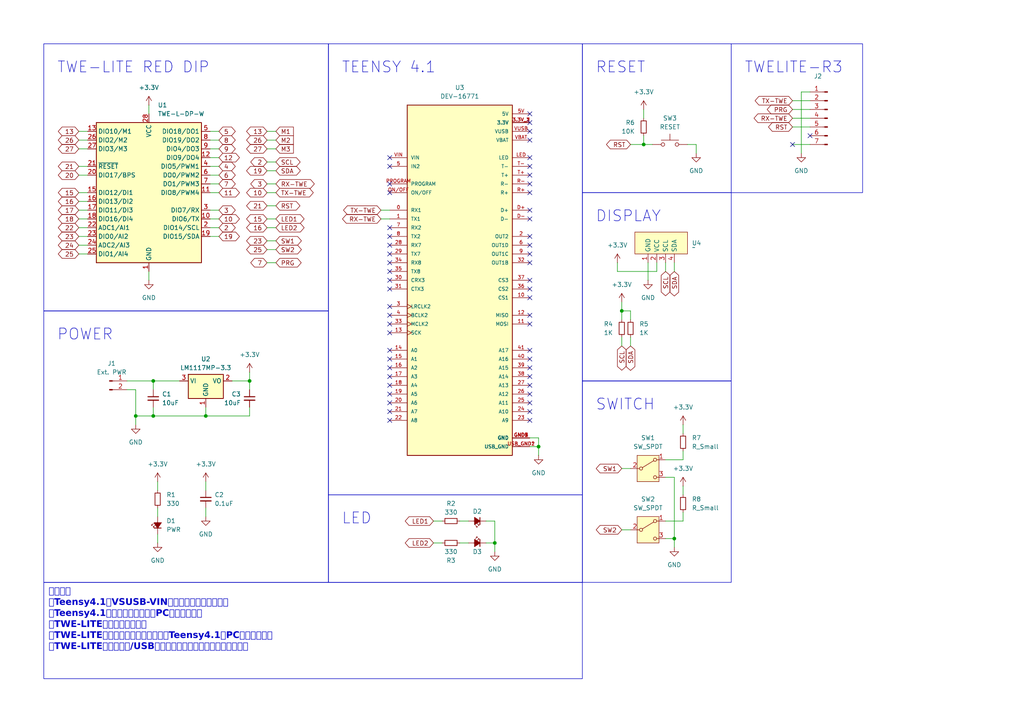
<source format=kicad_sch>
(kicad_sch (version 20231120) (generator "eeschema") (generator_version "8.0")
  (paper "A4")
  (lib_symbols
    (symbol "@2024-Main:DEV-16771" (pin_names (offset 1.016))
      (property "Reference" "U" (at -15.24 52.07 0))
      (property "Value" "DEV-16771" (at -15.24 -53.34 0))
      (symbol "DEV-16771_0_0"
        (rectangle (start -15.24 -50.8) (end 15.24 50.8) (stroke (width 0.254)) (fill (type background)))
        (pin bidirectional line (at -20.32 20.32 0) (length 5.08) (name "RX1") (number "0"))
        (pin bidirectional line (at -20.32 17.78 0) (length 5.08) (name "TX1") (number "1"))
        (pin bidirectional line (at 20.32 -5.08 180) (length 5.08) (name "CS1") (number "10"))
        (pin bidirectional line (at 20.32 -12.7 180) (length 5.08) (name "MOSI") (number "11"))
        (pin bidirectional line (at 20.32 -10.16 180) (length 5.08) (name "MISO") (number "12"))
        (pin bidirectional clock (at -20.32 -15.24 0) (length 5.08) (name "SCK") (number "13"))
        (pin bidirectional line (at -20.32 -20.32 0) (length 5.08) (name "A0") (number "14"))
        (pin bidirectional line (at -20.32 -22.86 0) (length 5.08) (name "A1") (number "15"))
        (pin bidirectional line (at -20.32 -25.4 0) (length 5.08) (name "A2") (number "16"))
        (pin bidirectional line (at -20.32 -27.94 0) (length 5.08) (name "A3") (number "17"))
        (pin bidirectional line (at -20.32 -30.48 0) (length 5.08) (name "A4") (number "18"))
        (pin bidirectional line (at -20.32 -33.02 0) (length 5.08) (name "A5") (number "19"))
        (pin output line (at 20.32 12.7 180) (length 5.08) (name "OUT2") (number "2"))
        (pin bidirectional line (at -20.32 -35.56 0) (length 5.08) (name "A6") (number "20"))
        (pin bidirectional line (at -20.32 -38.1 0) (length 5.08) (name "A7") (number "21"))
        (pin bidirectional line (at -20.32 -40.64 0) (length 5.08) (name "A8") (number "22"))
        (pin bidirectional line (at 20.32 -40.64 180) (length 5.08) (name "A9") (number "23"))
        (pin bidirectional line (at 20.32 -38.1 180) (length 5.08) (name "A10") (number "24"))
        (pin bidirectional line (at 20.32 -35.56 180) (length 5.08) (name "A11") (number "25"))
        (pin bidirectional line (at 20.32 -33.02 180) (length 5.08) (name "A12") (number "26"))
        (pin bidirectional line (at 20.32 -30.48 180) (length 5.08) (name "A13") (number "27"))
        (pin bidirectional line (at -20.32 10.16 0) (length 5.08) (name "RX7") (number "28"))
        (pin bidirectional line (at -20.32 7.62 0) (length 5.08) (name "TX7") (number "29"))
        (pin bidirectional clock (at -20.32 -7.62 0) (length 5.08) (name "LRCLK2") (number "3"))
        (pin power_in line (at 20.32 45.72 180) (length 5.08) (name "3.3V") (number "3.3V_1"))
        (pin power_in line (at 20.32 45.72 180) (length 5.08) (name "3.3V") (number "3.3V_2"))
        (pin power_in line (at 20.32 45.72 180) (length 5.08) (name "3.3V") (number "3.3V_3"))
        (pin bidirectional line (at -20.32 0 0) (length 5.08) (name "CRX3") (number "30"))
        (pin bidirectional line (at -20.32 -2.54 0) (length 5.08) (name "CTX3") (number "31"))
        (pin output line (at 20.32 5.08 180) (length 5.08) (name "OUT1B") (number "32"))
        (pin bidirectional clock (at -20.32 -12.7 0) (length 5.08) (name "MCLK2") (number "33"))
        (pin bidirectional line (at -20.32 5.08 0) (length 5.08) (name "RX8") (number "34"))
        (pin bidirectional line (at -20.32 2.54 0) (length 5.08) (name "TX8") (number "35"))
        (pin bidirectional line (at 20.32 -2.54 180) (length 5.08) (name "CS2") (number "36"))
        (pin bidirectional line (at 20.32 0 180) (length 5.08) (name "CS3") (number "37"))
        (pin bidirectional line (at 20.32 -27.94 180) (length 5.08) (name "A14") (number "38"))
        (pin bidirectional line (at 20.32 -25.4 180) (length 5.08) (name "A15") (number "39"))
        (pin bidirectional clock (at -20.32 -10.16 0) (length 5.08) (name "BCLK2") (number "4"))
        (pin bidirectional line (at 20.32 -22.86 180) (length 5.08) (name "A16") (number "40"))
        (pin bidirectional line (at 20.32 -20.32 180) (length 5.08) (name "A17") (number "41"))
        (pin bidirectional line (at -20.32 33.02 0) (length 5.08) (name "IN2") (number "5"))
        (pin power_in line (at 20.32 48.26 180) (length 5.08) (name "5V") (number "5V"))
        (pin output line (at 20.32 10.16 180) (length 5.08) (name "OUT1D") (number "6"))
        (pin bidirectional line (at -20.32 15.24 0) (length 5.08) (name "RX2") (number "7"))
        (pin bidirectional line (at -20.32 12.7 0) (length 5.08) (name "TX2") (number "8"))
        (pin output line (at 20.32 7.62 180) (length 5.08) (name "OUT1C") (number "9"))
        (pin bidirectional line (at 20.32 20.32 180) (length 5.08) (name "D+") (number "D+"))
        (pin bidirectional line (at 20.32 17.78 180) (length 5.08) (name "D-") (number "D-"))
        (pin power_in line (at 20.32 -45.72 180) (length 5.08) (name "GND") (number "GND1"))
        (pin power_in line (at 20.32 -45.72 180) (length 5.08) (name "GND") (number "GND2"))
        (pin power_in line (at 20.32 -45.72 180) (length 5.08) (name "GND") (number "GND3"))
        (pin power_in line (at 20.32 -45.72 180) (length 5.08) (name "GND") (number "GND4"))
        (pin power_in line (at 20.32 -45.72 180) (length 5.08) (name "GND") (number "GND5"))
        (pin bidirectional line (at 20.32 35.56 180) (length 5.08) (name "LED") (number "LED"))
        (pin bidirectional line (at -20.32 25.4 0) (length 5.08) (name "ON/OFF") (number "ON/OFF"))
        (pin bidirectional line (at -20.32 27.94 0) (length 5.08) (name "PROGRAM") (number "PROGRAM"))
        (pin bidirectional line (at 20.32 25.4 180) (length 5.08) (name "R+") (number "R+"))
        (pin bidirectional line (at 20.32 27.94 180) (length 5.08) (name "R-") (number "R-"))
        (pin bidirectional line (at 20.32 30.48 180) (length 5.08) (name "T+") (number "T+"))
        (pin bidirectional line (at 20.32 33.02 180) (length 5.08) (name "T-") (number "T-"))
        (pin power_in line (at 20.32 -48.26 180) (length 5.08) (name "USB_GND") (number "USB_GND1"))
        (pin power_in line (at 20.32 -48.26 180) (length 5.08) (name "USB_GND") (number "USB_GND2"))
        (pin passive line (at 20.32 40.64 180) (length 5.08) (name "VBAT") (number "VBAT"))
        (pin input line (at -20.32 35.56 0) (length 5.08) (name "VIN") (number "VIN"))
        (pin passive line (at 20.32 43.18 180) (length 5.08) (name "VUSB") (number "VUSB"))
      )
    )
    (symbol "@cansat:Display"
      (property "Reference" "U" (at 0 1.27 0))
      (symbol "Display_1_1"
        (rectangle (start -7.62 0) (end 7.62 -6.35) (fill (type background)))
        (pin input line (at -3.81 -8.89 90) (length 2.54) (name "GND") (number "1"))
        (pin input line (at -1.27 -8.89 90) (length 2.54) (name "VCC") (number "2"))
        (pin input line (at 1.27 -8.89 90) (length 2.54) (name "SCL") (number "3"))
        (pin input line (at 3.81 -8.89 90) (length 2.54) (name "SDA") (number "4"))
      )
    )
    (symbol "Connector:Conn_01x02_Pin" (pin_names (offset 1.016) hide)
      (property "Reference" "J" (at 0 2.54 0))
      (property "Value" "Conn_01x02_Pin" (at 0 -5.08 0))
      (symbol "Conn_01x02_Pin_1_1"
        (polyline (pts (xy 1.27 -2.54) (xy 0.8636 -2.54)) (stroke (width 0.1524)))
        (polyline (pts (xy 1.27 0) (xy 0.8636 0)) (stroke (width 0.1524)))
        (rectangle (start 0.8636 -2.413) (end 0 -2.667) (stroke (width 0.1524)) (fill (type outline)))
        (rectangle (start 0.8636 0.127) (end 0 -0.127) (stroke (width 0.1524)) (fill (type outline)))
        (pin passive line (at 5.08 0 180) (length 3.81) (name "Pin_1") (number "1"))
        (pin passive line (at 5.08 -2.54 180) (length 3.81) (name "Pin_2") (number "2"))
      )
    )
    (symbol "Connector:Conn_01x07_Pin" (pin_names (offset 1.016) hide)
      (property "Reference" "J" (at 0 10.16 0))
      (property "Value" "Conn_01x07_Pin" (at 0 -10.16 0))
      (symbol "Conn_01x07_Pin_1_1"
        (polyline (pts (xy 1.27 -7.62) (xy 0.8636 -7.62)) (stroke (width 0.1524)))
        (polyline (pts (xy 1.27 -5.08) (xy 0.8636 -5.08)) (stroke (width 0.1524)))
        (polyline (pts (xy 1.27 -2.54) (xy 0.8636 -2.54)) (stroke (width 0.1524)))
        (polyline (pts (xy 1.27 0) (xy 0.8636 0)) (stroke (width 0.1524)))
        (polyline (pts (xy 1.27 2.54) (xy 0.8636 2.54)) (stroke (width 0.1524)))
        (polyline (pts (xy 1.27 5.08) (xy 0.8636 5.08)) (stroke (width 0.1524)))
        (polyline (pts (xy 1.27 7.62) (xy 0.8636 7.62)) (stroke (width 0.1524)))
        (rectangle (start 0.8636 -7.493) (end 0 -7.747) (stroke (width 0.1524)) (fill (type outline)))
        (rectangle (start 0.8636 -4.953) (end 0 -5.207) (stroke (width 0.1524)) (fill (type outline)))
        (rectangle (start 0.8636 -2.413) (end 0 -2.667) (stroke (width 0.1524)) (fill (type outline)))
        (rectangle (start 0.8636 0.127) (end 0 -0.127) (stroke (width 0.1524)) (fill (type outline)))
        (rectangle (start 0.8636 2.667) (end 0 2.413) (stroke (width 0.1524)) (fill (type outline)))
        (rectangle (start 0.8636 5.207) (end 0 4.953) (stroke (width 0.1524)) (fill (type outline)))
        (rectangle (start 0.8636 7.747) (end 0 7.493) (stroke (width 0.1524)) (fill (type outline)))
        (pin passive line (at 5.08 7.62 180) (length 3.81) (name "Pin_1") (number "1"))
        (pin passive line (at 5.08 5.08 180) (length 3.81) (name "Pin_2") (number "2"))
        (pin passive line (at 5.08 2.54 180) (length 3.81) (name "Pin_3") (number "3"))
        (pin passive line (at 5.08 0 180) (length 3.81) (name "Pin_4") (number "4"))
        (pin passive line (at 5.08 -2.54 180) (length 3.81) (name "Pin_5") (number "5"))
        (pin passive line (at 5.08 -5.08 180) (length 3.81) (name "Pin_6") (number "6"))
        (pin passive line (at 5.08 -7.62 180) (length 3.81) (name "Pin_7") (number "7"))
      )
    )
    (symbol "Device:C_Small" (pin_numbers hide) (pin_names (offset 0.254) hide)
      (property "Reference" "C" (at 0.254 1.778 0))
      (property "Value" "C_Small" (at 0.254 -2.032 0))
      (symbol "C_Small_0_1"
        (polyline (pts (xy -1.524 -0.508) (xy 1.524 -0.508)) (stroke (width 0.3302)))
        (polyline (pts (xy -1.524 0.508) (xy 1.524 0.508)) (stroke (width 0.3048)))
      )
      (symbol "C_Small_1_1"
        (pin passive line (at 0 2.54 270) (length 2.032) (name "~") (number "1"))
        (pin passive line (at 0 -2.54 90) (length 2.032) (name "~") (number "2"))
      )
    )
    (symbol "Device:LED_Small_Filled" (pin_numbers hide) (pin_names (offset 0.254) hide)
      (property "Reference" "D" (at -1.27 3.175 0))
      (property "Value" "LED_Small_Filled" (at -4.445 -2.54 0))
      (symbol "LED_Small_Filled_0_1"
        (polyline (pts (xy -0.762 -1.016) (xy -0.762 1.016)) (stroke (width 0.254)))
        (polyline (pts (xy 1.016 0) (xy -0.762 0)))
        (polyline (pts (xy 0.762 -1.016) (xy -0.762 0) (xy 0.762 1.016) (xy 0.762 -1.016)) (stroke (width 0.254)) (fill (type outline)))
        (polyline (pts (xy 0 0.762) (xy -0.508 1.27) (xy -0.254 1.27) (xy -0.508 1.27) (xy -0.508 1.016)))
        (polyline (pts (xy 0.508 1.27) (xy 0 1.778) (xy 0.254 1.778) (xy 0 1.778) (xy 0 1.524)))
      )
      (symbol "LED_Small_Filled_1_1"
        (pin passive line (at -2.54 0 0) (length 1.778) (name "K") (number "1"))
        (pin passive line (at 2.54 0 180) (length 1.778) (name "A") (number "2"))
      )
    )
    (symbol "Device:R_Small" (pin_numbers hide) (pin_names (offset 0.254) hide)
      (property "Reference" "R" (at 0.762 0.508 0))
      (property "Value" "R_Small" (at 0.762 -1.016 0))
      (symbol "R_Small_0_1"
        (rectangle (start -0.762 1.778) (end 0.762 -1.778) (stroke (width 0.2032)))
      )
      (symbol "R_Small_1_1"
        (pin passive line (at 0 2.54 270) (length 0.762) (name "~") (number "1"))
        (pin passive line (at 0 -2.54 90) (length 0.762) (name "~") (number "2"))
      )
    )
    (symbol "RF_ZigBee:TWE-L-DP-W"
      (property "Reference" "U" (at -11.43 21.59 0))
      (property "Value" "TWE-L-DP-W" (at 7.62 21.59 0))
      (symbol "TWE-L-DP-W_1_0"
        (rectangle (start -15.24 -20.32) (end 15.24 20.32) (stroke (width 0.254)) (fill (type background)))
      )
      (symbol "TWE-L-DP-W_1_1"
        (pin power_in line (at 0 -22.86 90) (length 2.54) (name "GND") (number "1"))
        (pin bidirectional line (at 17.78 -7.62 180) (length 2.54) (name "DIO6/TX") (number "10"))
        (pin bidirectional line (at 17.78 0 180) (length 2.54) (name "DIO8/PWM4") (number "11"))
        (pin bidirectional line (at 17.78 10.16 180) (length 2.54) (name "DIO9/DO4") (number "12"))
        (pin bidirectional line (at -17.78 17.78 0) (length 2.54) (name "DIO10/M1") (number "13"))
        (pin passive line (at 0 -22.86 90) (length 2.54) hide (name "GND") (number "14"))
        (pin bidirectional line (at -17.78 0 0) (length 2.54) (name "DIO12/DI1") (number "15"))
        (pin bidirectional line (at -17.78 -2.54 0) (length 2.54) (name "DIO13/DI2") (number "16"))
        (pin bidirectional line (at -17.78 -5.08 0) (length 2.54) (name "DIO11/DI3") (number "17"))
        (pin bidirectional line (at -17.78 -7.62 0) (length 2.54) (name "DIO16/DI4") (number "18"))
        (pin bidirectional line (at 17.78 -12.7 180) (length 2.54) (name "DIO15/SDA") (number "19"))
        (pin bidirectional line (at 17.78 -10.16 180) (length 2.54) (name "DIO14/SCL") (number "2"))
        (pin bidirectional line (at -17.78 5.08 0) (length 2.54) (name "DIO17/BPS") (number "20"))
        (pin input line (at -17.78 7.62 0) (length 2.54) (name "~{RESET}") (number "21"))
        (pin input line (at -17.78 -10.16 0) (length 2.54) (name "ADC1/AI1") (number "22"))
        (pin bidirectional line (at -17.78 -12.7 0) (length 2.54) (name "DIO0/AI2") (number "23"))
        (pin input line (at -17.78 -15.24 0) (length 2.54) (name "ADC2/AI3") (number "24"))
        (pin bidirectional line (at -17.78 -17.78 0) (length 2.54) (name "DIO1/AI4") (number "25"))
        (pin bidirectional line (at -17.78 15.24 0) (length 2.54) (name "DIO2/M2") (number "26"))
        (pin bidirectional line (at -17.78 12.7 0) (length 2.54) (name "DIO3/M3") (number "27"))
        (pin power_in line (at 0 22.86 270) (length 2.54) (name "VCC") (number "28"))
        (pin bidirectional line (at 17.78 -5.08 180) (length 2.54) (name "DIO7/RX") (number "3"))
        (pin bidirectional line (at 17.78 7.62 180) (length 2.54) (name "DIO5/PWM1") (number "4"))
        (pin bidirectional line (at 17.78 17.78 180) (length 2.54) (name "DIO18/DO1") (number "5"))
        (pin output line (at 17.78 5.08 180) (length 2.54) (name "DO0/PWM2") (number "6"))
        (pin bidirectional line (at 17.78 2.54 180) (length 2.54) (name "DO1/PWM3") (number "7"))
        (pin bidirectional line (at 17.78 15.24 180) (length 2.54) (name "DIO19/DO2") (number "8"))
        (pin bidirectional line (at 17.78 12.7 180) (length 2.54) (name "DIO4/DO3") (number "9"))
      )
    )
    (symbol "Regulator_Linear:LM1117MP-3.3"
      (property "Reference" "U" (at -3.81 3.175 0))
      (property "Value" "LM1117MP-3.3" (at 0 3.175 0))
      (symbol "LM1117MP-3.3_0_1"
        (rectangle (start -5.08 -5.08) (end 5.08 1.905) (stroke (width 0.254)) (fill (type background)))
      )
      (symbol "LM1117MP-3.3_1_1"
        (pin power_in line (at 0 -7.62 90) (length 2.54) (name "GND") (number "1"))
        (pin power_out line (at 7.62 0 180) (length 2.54) (name "VO") (number "2"))
        (pin power_in line (at -7.62 0 0) (length 2.54) (name "VI") (number "3"))
      )
    )
    (symbol "Switch:SW_Push" (pin_numbers hide) (pin_names (offset 1.016) hide)
      (property "Reference" "SW" (at 1.27 2.54 0))
      (property "Value" "SW_Push" (at 0 -1.524 0))
      (symbol "SW_Push_0_1"
        (circle (center -2.032 0) (radius 0.508))
        (polyline (pts (xy 0 1.27) (xy 0 3.048)))
        (polyline (pts (xy 2.54 1.27) (xy -2.54 1.27)))
        (circle (center 2.032 0) (radius 0.508))
        (pin passive line (at -5.08 0 0) (length 2.54) (name "1") (number "1"))
        (pin passive line (at 5.08 0 180) (length 2.54) (name "2") (number "2"))
      )
    )
    (symbol "Switch:SW_SPDT" (pin_names (offset 0) hide)
      (property "Reference" "SW" (at 0 5.08 0))
      (property "Value" "SW_SPDT" (at 0 -5.08 0))
      (symbol "SW_SPDT_0_1"
        (circle (center -2.032 0) (radius 0.4572))
        (polyline (pts (xy -1.651 0.254) (xy 1.651 2.286)))
        (circle (center 2.032 -2.54) (radius 0.4572))
        (circle (center 2.032 2.54) (radius 0.4572))
      )
      (symbol "SW_SPDT_1_1"
        (rectangle (start -3.175 3.81) (end 3.175 -3.81) (fill (type background)))
        (pin passive line (at 5.08 2.54 180) (length 2.54) (name "A") (number "1"))
        (pin passive line (at -5.08 0 0) (length 2.54) (name "B") (number "2"))
        (pin passive line (at 5.08 -2.54 180) (length 2.54) (name "C") (number "3"))
      )
    )
    (symbol "power:+3.3V" (power) (pin_numbers hide) (pin_names (offset 0) hide)
      (property "Value" "+3.3V" (at 0 3.556 0))
      (symbol "+3.3V_0_1"
        (polyline (pts (xy -0.762 1.27) (xy 0 2.54)))
        (polyline (pts (xy 0 0) (xy 0 2.54)))
        (polyline (pts (xy 0 2.54) (xy 0.762 1.27)))
      )
      (symbol "+3.3V_1_1"
        (pin power_in line (at 0 0 90) (length 0) (name "~") (number "1"))
      )
    )
    (symbol "power:GND" (power) (pin_numbers hide) (pin_names (offset 0) hide)
      (property "Value" "GND" (at 0 -3.81 0))
      (symbol "GND_0_1"
        (polyline (pts (xy 0 0) (xy 0 -1.27) (xy 1.27 -1.27) (xy 0 -2.54) (xy -1.27 -1.27) (xy 0 -1.27)))
      )
      (symbol "GND_1_1"
        (pin power_in line (at 0 0 270) (length 0) (name "~") (number "1"))
      )
    )
  )
  (junction (at 72.39 110.49))
  (junction (at 59.69 120.65))
  (junction (at 39.37 120.65))
  (junction (at 143.51 157.48))
  (junction (at 44.45 120.65))
  (junction (at 195.58 156.21))
  (junction (at 186.69 41.91))
  (junction (at 180.34 90.17))
  (junction (at 156.21 129.54))
  (junction (at 44.45 110.49))
  (no_connect (at 113.03 53.34))
  (no_connect (at 113.03 109.22))
  (no_connect (at 153.67 93.98))
  (no_connect (at 113.03 114.3))
  (no_connect (at 153.67 104.14))
  (no_connect (at 153.67 91.44))
  (no_connect (at 234.95 39.37))
  (no_connect (at 153.67 63.5))
  (no_connect (at 153.67 71.12))
  (no_connect (at 153.67 53.34))
  (no_connect (at 153.67 40.64))
  (no_connect (at 153.67 101.6))
  (no_connect (at 113.03 83.82))
  (no_connect (at 113.03 68.58))
  (no_connect (at 153.67 73.66))
  (no_connect (at 113.03 101.6))
  (no_connect (at 113.03 55.88))
  (no_connect (at 153.67 81.28))
  (no_connect (at 113.03 93.98))
  (no_connect (at 113.03 91.44))
  (no_connect (at 153.67 111.76))
  (no_connect (at 113.03 111.76))
  (no_connect (at 153.67 35.56))
  (no_connect (at 153.67 55.88))
  (no_connect (at 153.67 86.36))
  (no_connect (at 153.67 121.92))
  (no_connect (at 153.67 50.8))
  (no_connect (at 153.67 114.3))
  (no_connect (at 153.67 60.96))
  (no_connect (at 113.03 73.66))
  (no_connect (at 113.03 121.92))
  (no_connect (at 153.67 106.68))
  (no_connect (at 113.03 81.28))
  (no_connect (at 153.67 38.1))
  (no_connect (at 113.03 116.84))
  (no_connect (at 153.67 109.22))
  (no_connect (at 153.67 76.2))
  (no_connect (at 153.67 33.02))
  (no_connect (at 153.67 45.72))
  (no_connect (at 113.03 104.14))
  (no_connect (at 153.67 119.38))
  (no_connect (at 113.03 76.2))
  (no_connect (at 113.03 88.9))
  (no_connect (at 229.87 41.91))
  (no_connect (at 113.03 48.26))
  (no_connect (at 113.03 78.74))
  (no_connect (at 153.67 48.26))
  (no_connect (at 113.03 106.68))
  (no_connect (at 113.03 96.52))
  (no_connect (at 153.67 116.84))
  (no_connect (at 113.03 119.38))
  (no_connect (at 113.03 45.72))
  (no_connect (at 113.03 66.04))
  (no_connect (at 153.67 83.82))
  (no_connect (at 113.03 71.12))
  (no_connect (at 153.67 68.58))
  (wire (pts (xy 77.47 46.99) (xy 80.01 46.99)))
  (wire (pts (xy 193.04 151.13) (xy 198.12 151.13)))
  (wire (pts (xy 77.47 49.53) (xy 80.01 49.53)))
  (wire (pts (xy 63.5 45.72) (xy 60.96 45.72)))
  (wire (pts (xy 77.47 72.39) (xy 80.01 72.39)))
  (wire (pts (xy 229.87 31.75) (xy 234.95 31.75)))
  (wire (pts (xy 195.58 138.43) (xy 195.58 156.21)))
  (wire (pts (xy 22.86 71.12) (xy 25.4 71.12)))
  (wire (pts (xy 63.5 38.1) (xy 60.96 38.1)))
  (wire (pts (xy 39.37 120.65) (xy 44.45 120.65)))
  (wire (pts (xy 22.86 50.8) (xy 25.4 50.8)))
  (wire (pts (xy 229.87 41.91) (xy 234.95 41.91)))
  (wire (pts (xy 43.18 30.48) (xy 43.18 33.02)))
  (wire (pts (xy 186.69 31.75) (xy 186.69 34.29)))
  (wire (pts (xy 77.47 66.04) (xy 80.01 66.04)))
  (wire (pts (xy 44.45 118.11) (xy 44.45 120.65)))
  (wire (pts (xy 22.86 48.26) (xy 25.4 48.26)))
  (wire (pts (xy 198.12 123.19) (xy 198.12 125.73)))
  (wire (pts (xy 156.21 129.54) (xy 156.21 132.08)))
  (wire (pts (xy 77.47 38.1) (xy 80.01 38.1)))
  (wire (pts (xy 39.37 113.03) (xy 39.37 120.65)))
  (wire (pts (xy 77.47 53.34) (xy 80.01 53.34)))
  (wire (pts (xy 63.5 66.04) (xy 60.96 66.04)))
  (wire (pts (xy 63.5 50.8) (xy 60.96 50.8)))
  (wire (pts (xy 143.51 151.13) (xy 143.51 157.48)))
  (wire (pts (xy 59.69 147.32) (xy 59.69 149.86)))
  (wire (pts (xy 22.86 38.1) (xy 25.4 38.1)))
  (wire (pts (xy 198.12 130.81) (xy 198.12 133.35)))
  (wire (pts (xy 63.5 60.96) (xy 60.96 60.96)))
  (wire (pts (xy 45.72 139.7) (xy 45.72 142.24)))
  (wire (pts (xy 22.86 68.58) (xy 25.4 68.58)))
  (wire (pts (xy 195.58 138.43) (xy 193.04 138.43)))
  (wire (pts (xy 59.69 120.65) (xy 72.39 120.65)))
  (wire (pts (xy 234.95 26.67) (xy 232.41 26.67)))
  (wire (pts (xy 156.21 127) (xy 156.21 129.54)))
  (wire (pts (xy 44.45 120.65) (xy 59.69 120.65)))
  (wire (pts (xy 63.5 48.26) (xy 60.96 48.26)))
  (wire (pts (xy 63.5 68.58) (xy 60.96 68.58)))
  (wire (pts (xy 22.86 43.18) (xy 25.4 43.18)))
  (wire (pts (xy 22.86 73.66) (xy 25.4 73.66)))
  (wire (pts (xy 67.31 110.49) (xy 72.39 110.49)))
  (wire (pts (xy 45.72 147.32) (xy 45.72 149.86)))
  (wire (pts (xy 63.5 63.5) (xy 60.96 63.5)))
  (wire (pts (xy 63.5 53.34) (xy 60.96 53.34)))
  (wire (pts (xy 201.93 41.91) (xy 201.93 44.45)))
  (wire (pts (xy 193.04 133.35) (xy 198.12 133.35)))
  (wire (pts (xy 140.97 157.48) (xy 143.51 157.48)))
  (wire (pts (xy 36.83 110.49) (xy 44.45 110.49)))
  (wire (pts (xy 77.47 40.64) (xy 80.01 40.64)))
  (wire (pts (xy 43.18 78.74) (xy 43.18 81.28)))
  (wire (pts (xy 22.86 60.96) (xy 25.4 60.96)))
  (wire (pts (xy 77.47 59.69) (xy 80.01 59.69)))
  (wire (pts (xy 22.86 55.88) (xy 25.4 55.88)))
  (wire (pts (xy 22.86 58.42) (xy 25.4 58.42)))
  (wire (pts (xy 180.34 90.17) (xy 182.88 90.17)))
  (wire (pts (xy 36.83 113.03) (xy 39.37 113.03)))
  (wire (pts (xy 59.69 139.7) (xy 59.69 142.24)))
  (wire (pts (xy 179.07 76.2) (xy 179.07 78.74)))
  (wire (pts (xy 45.72 154.94) (xy 45.72 157.48)))
  (wire (pts (xy 195.58 156.21) (xy 195.58 158.75)))
  (wire (pts (xy 199.39 41.91) (xy 201.93 41.91)))
  (wire (pts (xy 110.49 60.96) (xy 113.03 60.96)))
  (wire (pts (xy 153.67 127) (xy 156.21 127)))
  (wire (pts (xy 125.73 157.48) (xy 128.27 157.48)))
  (wire (pts (xy 133.35 151.13) (xy 135.89 151.13)))
  (wire (pts (xy 180.34 135.89) (xy 182.88 135.89)))
  (wire (pts (xy 133.35 157.48) (xy 135.89 157.48)))
  (wire (pts (xy 229.87 36.83) (xy 234.95 36.83)))
  (wire (pts (xy 229.87 34.29) (xy 234.95 34.29)))
  (wire (pts (xy 187.96 76.2) (xy 187.96 81.28)))
  (wire (pts (xy 63.5 43.18) (xy 60.96 43.18)))
  (wire (pts (xy 143.51 157.48) (xy 143.51 160.02)))
  (wire (pts (xy 180.34 87.63) (xy 180.34 90.17)))
  (wire (pts (xy 72.39 113.03) (xy 72.39 110.49)))
  (wire (pts (xy 39.37 120.65) (xy 39.37 123.19)))
  (wire (pts (xy 180.34 92.71) (xy 180.34 90.17)))
  (wire (pts (xy 72.39 107.95) (xy 72.39 110.49)))
  (wire (pts (xy 198.12 148.59) (xy 198.12 151.13)))
  (wire (pts (xy 77.47 69.85) (xy 80.01 69.85)))
  (wire (pts (xy 198.12 140.97) (xy 198.12 143.51)))
  (wire (pts (xy 193.04 76.2) (xy 193.04 78.74)))
  (wire (pts (xy 180.34 153.67) (xy 182.88 153.67)))
  (wire (pts (xy 22.86 40.64) (xy 25.4 40.64)))
  (wire (pts (xy 110.49 63.5) (xy 113.03 63.5)))
  (wire (pts (xy 182.88 97.79) (xy 182.88 100.33)))
  (wire (pts (xy 22.86 63.5) (xy 25.4 63.5)))
  (wire (pts (xy 190.5 76.2) (xy 190.5 78.74)))
  (wire (pts (xy 77.47 43.18) (xy 80.01 43.18)))
  (wire (pts (xy 44.45 110.49) (xy 52.07 110.49)))
  (wire (pts (xy 63.5 40.64) (xy 60.96 40.64)))
  (wire (pts (xy 232.41 26.67) (xy 232.41 44.45)))
  (wire (pts (xy 63.5 55.88) (xy 60.96 55.88)))
  (wire (pts (xy 72.39 118.11) (xy 72.39 120.65)))
  (wire (pts (xy 182.88 41.91) (xy 186.69 41.91)))
  (wire (pts (xy 44.45 113.03) (xy 44.45 110.49)))
  (wire (pts (xy 125.73 151.13) (xy 128.27 151.13)))
  (wire (pts (xy 156.21 129.54) (xy 153.67 129.54)))
  (wire (pts (xy 22.86 66.04) (xy 25.4 66.04)))
  (wire (pts (xy 193.04 156.21) (xy 195.58 156.21)))
  (wire (pts (xy 140.97 151.13) (xy 143.51 151.13)))
  (wire (pts (xy 195.58 76.2) (xy 195.58 78.74)))
  (wire (pts (xy 229.87 29.21) (xy 234.95 29.21)))
  (wire (pts (xy 182.88 90.17) (xy 182.88 92.71)))
  (wire (pts (xy 77.47 55.88) (xy 80.01 55.88)))
  (wire (pts (xy 179.07 78.74) (xy 190.5 78.74)))
  (wire (pts (xy 186.69 39.37) (xy 186.69 41.91)))
  (wire (pts (xy 59.69 118.11) (xy 59.69 120.65)))
  (wire (pts (xy 186.69 41.91) (xy 189.23 41.91)))
  (wire (pts (xy 77.47 63.5) (xy 80.01 63.5)))
  (wire (pts (xy 180.34 97.79) (xy 180.34 100.33)))
  (wire (pts (xy 77.47 76.2) (xy 80.01 76.2)))
  (rectangle (start 12.7 90.17) (end 95.25 168.91))
  (rectangle (start 168.91 55.88) (end 212.09 110.49))
  (rectangle (start 212.09 12.7) (end 250.19 55.88))
  (rectangle (start 95.25 143.51) (end 168.91 168.91))
  (rectangle (start 95.25 12.7) (end 168.91 143.51))
  (rectangle (start 12.7 12.7) (end 95.25 90.17))
  (rectangle (start 168.91 110.49) (end 212.09 168.91))
  (rectangle (start 168.91 12.7) (end 212.09 55.88))
  (text_box "【メモ】\n・Teensy4.1はVSUSB-VINのジャンパを切断しない\n・Teensy4.1への電源供給は必ずPCからおこなう\n・TWE-LITEのみ外部給電対応\n・TWE-LITEの機能を確認したいときはTeensy4.1をPCに接続しない\n・TWE-LITEは外部給電/USB給電対応（ジャンパいじる必要あり）" (at 12.7 168.91 0) (size 156.21 27.94) (effects (font (size 1.905 1.905) (thickness 0.254) (bold yes)) (justify left top)))
  (text "TWELITE-R3" (at 215.9 17.78 0) (effects (font (size 3.175 3.175)) (justify left top)))
  (text "TEENSY 4.1" (at 99.06 17.78 0) (effects (font (size 3.175 3.175)) (justify left top)))
  (text "POWER" (at 16.51 95.25 0) (effects (font (size 3.175 3.175)) (justify left top)))
  (text "TWE-LITE RED DIP" (at 16.51 17.78 0) (effects (font (size 3.175 3.175)) (justify left top)))
  (text "RESET" (at 172.72 17.78 0) (effects (font (size 3.175 3.175)) (justify left top)))
  (text "LED" (at 99.06 148.59 0) (effects (font (size 3.175 3.175)) (justify left top)))
  (text "DISPLAY" (at 172.72 60.96 0) (effects (font (size 3.175 3.175)) (justify left top)))
  (text "SWITCH" (at 172.72 115.57 0) (effects (font (size 3.175 3.175)) (justify left top)))
  (global_label "SDA" (shape bidirectional) (at 80.01 49.53 0) (property "Intersheetrefs" "${INTERSHEET_REFS}" (effects (hide yes))))
  (global_label "RST" (shape bidirectional) (at 80.01 59.69 0) (property "Intersheetrefs" "${INTERSHEET_REFS}" (effects (hide yes))))
  (global_label "SDA" (shape bidirectional) (at 182.88 100.33 270) (property "Intersheetrefs" "${INTERSHEET_REFS}" (effects (hide yes))))
  (global_label "25" (shape bidirectional) (at 77.47 72.39 180) (property "Intersheetrefs" "${INTERSHEET_REFS}" (effects (hide yes))))
  (global_label "19" (shape bidirectional) (at 63.5 68.58 0) (property "Intersheetrefs" "${INTERSHEET_REFS}" (effects (hide yes))))
  (global_label "SCL" (shape bidirectional) (at 193.04 78.74 270) (property "Intersheetrefs" "${INTERSHEET_REFS}" (effects (hide yes))))
  (global_label "RX-TWE" (shape bidirectional) (at 110.49 63.5 180) (property "Intersheetrefs" "${INTERSHEET_REFS}" (effects (hide yes))))
  (global_label "4" (shape bidirectional) (at 63.5 48.26 0) (property "Intersheetrefs" "${INTERSHEET_REFS}" (effects (hide yes))))
  (global_label "M1" (shape input) (at 80.01 38.1 0) (property "Intersheetrefs" "${INTERSHEET_REFS}" (effects (hide yes))))
  (global_label "SW2" (shape bidirectional) (at 180.34 153.67 180) (property "Intersheetrefs" "${INTERSHEET_REFS}" (effects (hide yes))))
  (global_label "8" (shape bidirectional) (at 63.5 40.64 0) (property "Intersheetrefs" "${INTERSHEET_REFS}" (effects (hide yes))))
  (global_label "26" (shape bidirectional) (at 77.47 40.64 180) (property "Intersheetrefs" "${INTERSHEET_REFS}" (effects (hide yes))))
  (global_label "LED2" (shape bidirectional) (at 80.01 66.04 0) (property "Intersheetrefs" "${INTERSHEET_REFS}" (effects (hide yes))))
  (global_label "21" (shape bidirectional) (at 22.86 48.26 180) (property "Intersheetrefs" "${INTERSHEET_REFS}" (effects (hide yes))))
  (global_label "26" (shape bidirectional) (at 22.86 40.64 180) (property "Intersheetrefs" "${INTERSHEET_REFS}" (effects (hide yes))))
  (global_label "25" (shape bidirectional) (at 22.86 73.66 180) (property "Intersheetrefs" "${INTERSHEET_REFS}" (effects (hide yes))))
  (global_label "5" (shape bidirectional) (at 63.5 38.1 0) (property "Intersheetrefs" "${INTERSHEET_REFS}" (effects (hide yes))))
  (global_label "LED2" (shape bidirectional) (at 125.73 157.48 180) (property "Intersheetrefs" "${INTERSHEET_REFS}" (effects (hide yes))))
  (global_label "10" (shape bidirectional) (at 77.47 55.88 180) (property "Intersheetrefs" "${INTERSHEET_REFS}" (effects (hide yes))))
  (global_label "2" (shape bidirectional) (at 63.5 66.04 0) (property "Intersheetrefs" "${INTERSHEET_REFS}" (effects (hide yes))))
  (global_label "22" (shape bidirectional) (at 22.86 66.04 180) (property "Intersheetrefs" "${INTERSHEET_REFS}" (effects (hide yes))))
  (global_label "SCL" (shape bidirectional) (at 80.01 46.99 0) (property "Intersheetrefs" "${INTERSHEET_REFS}" (effects (hide yes))))
  (global_label "27" (shape bidirectional) (at 77.47 43.18 180) (property "Intersheetrefs" "${INTERSHEET_REFS}" (effects (hide yes))))
  (global_label "TX-TWE" (shape bidirectional) (at 229.87 29.21 180) (property "Intersheetrefs" "${INTERSHEET_REFS}" (effects (hide yes))))
  (global_label "SCL" (shape bidirectional) (at 180.34 100.33 270) (property "Intersheetrefs" "${INTERSHEET_REFS}" (effects (hide yes))))
  (global_label "SW1" (shape bidirectional) (at 80.01 69.85 0) (property "Intersheetrefs" "${INTERSHEET_REFS}" (effects (hide yes))))
  (global_label "2" (shape bidirectional) (at 77.47 46.99 180) (property "Intersheetrefs" "${INTERSHEET_REFS}" (effects (hide yes))))
  (global_label "11" (shape bidirectional) (at 63.5 55.88 0) (property "Intersheetrefs" "${INTERSHEET_REFS}" (effects (hide yes))))
  (global_label "23" (shape bidirectional) (at 22.86 68.58 180) (property "Intersheetrefs" "${INTERSHEET_REFS}" (effects (hide yes))))
  (global_label "RX-TWE" (shape bidirectional) (at 80.01 53.34 0) (property "Intersheetrefs" "${INTERSHEET_REFS}" (effects (hide yes))))
  (global_label "PRG" (shape bidirectional) (at 80.01 76.2 0) (property "Intersheetrefs" "${INTERSHEET_REFS}" (effects (hide yes))))
  (global_label "RST" (shape bidirectional) (at 182.88 41.91 180) (property "Intersheetrefs" "${INTERSHEET_REFS}" (effects (hide yes))))
  (global_label "6" (shape bidirectional) (at 63.5 50.8 0) (property "Intersheetrefs" "${INTERSHEET_REFS}" (effects (hide yes))))
  (global_label "15" (shape bidirectional) (at 22.86 55.88 180) (property "Intersheetrefs" "${INTERSHEET_REFS}" (effects (hide yes))))
  (global_label "21" (shape bidirectional) (at 77.47 59.69 180) (property "Intersheetrefs" "${INTERSHEET_REFS}" (effects (hide yes))))
  (global_label "18" (shape bidirectional) (at 22.86 63.5 180) (property "Intersheetrefs" "${INTERSHEET_REFS}" (effects (hide yes))))
  (global_label "24" (shape bidirectional) (at 22.86 71.12 180) (property "Intersheetrefs" "${INTERSHEET_REFS}" (effects (hide yes))))
  (global_label "RST" (shape bidirectional) (at 229.87 36.83 180) (property "Intersheetrefs" "${INTERSHEET_REFS}" (effects (hide yes))))
  (global_label "13" (shape bidirectional) (at 22.86 38.1 180) (property "Intersheetrefs" "${INTERSHEET_REFS}" (effects (hide yes))))
  (global_label "27" (shape bidirectional) (at 22.86 43.18 180) (property "Intersheetrefs" "${INTERSHEET_REFS}" (effects (hide yes))))
  (global_label "PRG" (shape bidirectional) (at 229.87 31.75 180) (property "Intersheetrefs" "${INTERSHEET_REFS}" (effects (hide yes))))
  (global_label "16" (shape bidirectional) (at 77.47 66.04 180) (property "Intersheetrefs" "${INTERSHEET_REFS}" (effects (hide yes))))
  (global_label "12" (shape bidirectional) (at 63.5 45.72 0) (property "Intersheetrefs" "${INTERSHEET_REFS}" (effects (hide yes))))
  (global_label "19" (shape bidirectional) (at 77.47 49.53 180) (property "Intersheetrefs" "${INTERSHEET_REFS}" (effects (hide yes))))
  (global_label "LED1" (shape bidirectional) (at 80.01 63.5 0) (property "Intersheetrefs" "${INTERSHEET_REFS}" (effects (hide yes))))
  (global_label "RX-TWE" (shape bidirectional) (at 229.87 34.29 180) (property "Intersheetrefs" "${INTERSHEET_REFS}" (effects (hide yes))))
  (global_label "TX-TWE" (shape bidirectional) (at 80.01 55.88 0) (property "Intersheetrefs" "${INTERSHEET_REFS}" (effects (hide yes))))
  (global_label "3" (shape bidirectional) (at 63.5 60.96 0) (property "Intersheetrefs" "${INTERSHEET_REFS}" (effects (hide yes))))
  (global_label "7" (shape bidirectional) (at 77.47 76.2 180) (property "Intersheetrefs" "${INTERSHEET_REFS}" (effects (hide yes))))
  (global_label "LED1" (shape bidirectional) (at 125.73 151.13 180) (property "Intersheetrefs" "${INTERSHEET_REFS}" (effects (hide yes))))
  (global_label "3" (shape bidirectional) (at 77.47 53.34 180) (property "Intersheetrefs" "${INTERSHEET_REFS}" (effects (hide yes))))
  (global_label "7" (shape bidirectional) (at 63.5 53.34 0) (property "Intersheetrefs" "${INTERSHEET_REFS}" (effects (hide yes))))
  (global_label "13" (shape bidirectional) (at 77.47 38.1 180) (property "Intersheetrefs" "${INTERSHEET_REFS}" (effects (hide yes))))
  (global_label "10" (shape bidirectional) (at 63.5 63.5 0) (property "Intersheetrefs" "${INTERSHEET_REFS}" (effects (hide yes))))
  (global_label "17" (shape bidirectional) (at 22.86 60.96 180) (property "Intersheetrefs" "${INTERSHEET_REFS}" (effects (hide yes))))
  (global_label "15" (shape bidirectional) (at 77.47 63.5 180) (property "Intersheetrefs" "${INTERSHEET_REFS}" (effects (hide yes))))
  (global_label "9" (shape bidirectional) (at 63.5 43.18 0) (property "Intersheetrefs" "${INTERSHEET_REFS}" (effects (hide yes))))
  (global_label "16" (shape bidirectional) (at 22.86 58.42 180) (property "Intersheetrefs" "${INTERSHEET_REFS}" (effects (hide yes))))
  (global_label "SW1" (shape bidirectional) (at 180.34 135.89 180) (property "Intersheetrefs" "${INTERSHEET_REFS}" (effects (hide yes))))
  (global_label "23" (shape bidirectional) (at 77.47 69.85 180) (property "Intersheetrefs" "${INTERSHEET_REFS}" (effects (hide yes))))
  (global_label "SW2" (shape bidirectional) (at 80.01 72.39 0) (property "Intersheetrefs" "${INTERSHEET_REFS}" (effects (hide yes))))
  (global_label "SDA" (shape bidirectional) (at 195.58 78.74 270) (property "Intersheetrefs" "${INTERSHEET_REFS}" (effects (hide yes))))
  (global_label "M2" (shape input) (at 80.01 40.64 0) (property "Intersheetrefs" "${INTERSHEET_REFS}" (effects (hide yes))))
  (global_label "TX-TWE" (shape bidirectional) (at 110.49 60.96 180) (property "Intersheetrefs" "${INTERSHEET_REFS}" (effects (hide yes))))
  (global_label "20" (shape bidirectional) (at 22.86 50.8 180) (property "Intersheetrefs" "${INTERSHEET_REFS}" (effects (hide yes))))
  (global_label "M3" (shape input) (at 80.01 43.18 0) (property "Intersheetrefs" "${INTERSHEET_REFS}" (effects (hide yes))))
  (symbol (lib_id "Device:LED_Small_Filled") (at 138.43 151.13 180) (unit 1)
    (property "Reference" "D2" (at 138.43 148.336 0))
    (property "Value" "LED1" (effects (hide yes)))
    (property "Footprint" "LED_SMD:LED_0603_1608Metric" (effects (hide yes)))
    (property "Description" "Light emitting diode, small symbol, filled shape" (effects (hide yes)))
  )
  (symbol (lib_id "@2024-Main:DEV-16771") (at 133.35 81.28 0) (unit 1)
    (property "Reference" "U3" (at 133.35 25.4 0))
    (property "Value" "DEV-16771" (at 133.35 27.94 0))
    (property "Footprint" "@2024-cansat:MODULE_DEV-16771" (effects (hide yes)))
    (property "DigiKey_Part_Number" "1568-DEV-16771-ND" (effects (hide yes)))
    (property "MF" "SparkFun Electronics" (effects (hide yes)))
    (property "MAXIMUM_PACKAGE_HEIGHT" "4.07mm" (effects (hide yes)))
    (property "Package" "None" (effects (hide yes)))
    (property "Check_prices" "https://www.snapeda.com/parts/DEV-16771/SparkFun+Electronics/view-part/?ref=eda" (effects (hide yes)))
    (property "STANDARD" "Manufacturer recommendations" (effects (hide yes)))
    (property "PARTREV" "4.1" (effects (hide yes)))
    (property "SnapEDA_Link" "https://www.snapeda.com/parts/DEV-16771/SparkFun+Electronics/view-part/?ref=snap" (effects (hide yes)))
    (property "MP" "DEV-16771" (effects (hide yes)))
    (property "Purchase-URL" "https://www.snapeda.com/api/url_track_click_mouser/?unipart_id=4833875&manufacturer=SparkFun Electronics&part_name=DEV-16771&search_term=teensy 4.1" (effects (hide yes)))
    (property "Description_1" "\nRT1062 Teensy 4.1 series ARM® Cortex®-M7 MPU Embedded Evaluation Board\n" (effects (hide yes)))
    (property "MANUFACTURER" "SparkFun Electronics" (effects (hide yes)))
  )
  (symbol (lib_id "Connector:Conn_01x07_Pin") (at 240.03 34.29 0) (mirror y) (unit 1)
    (property "Reference" "J2" (at 237.236 22.098 0))
    (property "Value" "Conn_01x07_Pin" (effects (hide yes)))
    (property "Footprint" "Connector_PinSocket_2.54mm:PinSocket_1x07_P2.54mm_Vertical" (effects (hide yes)))
    (property "Description" "Generic connector, single row, 01x07, script generated" (effects (hide yes)))
  )
  (symbol (lib_id "power:+3.3V") (at 198.12 123.19 0) (unit 1)
    (property "Reference" "#PWR016" (effects (hide yes)))
    (property "Value" "+3.3V" (at 198.12 118.11 0))
    (property "Description" "Power symbol creates a global label with name \"+3.3V\"" (effects (hide yes)))
  )
  (symbol (lib_id "power:GND") (at 43.18 81.28 0) (unit 1)
    (property "Reference" "#PWR03" (effects (hide yes)))
    (property "Value" "GND" (at 43.18 86.36 0))
    (property "Description" "Power symbol creates a global label with name \"GND\" , ground" (effects (hide yes)))
  )
  (symbol (lib_id "Device:C_Small") (at 44.45 115.57 0) (unit 1)
    (property "Reference" "C1" (at 46.99 114.3063 0) (effects (justify left)))
    (property "Value" "10uF" (at 46.99 116.8463 0) (effects (justify left)))
    (property "Footprint" "Capacitor_SMD:C_0603_1608Metric" (effects (hide yes)))
    (property "Description" "Unpolarized capacitor, small symbol" (effects (hide yes)))
  )
  (symbol (lib_id "Device:LED_Small_Filled") (at 138.43 157.48 0) (mirror y) (unit 1)
    (property "Reference" "D3" (at 138.43 160.02 0))
    (property "Value" "LED2" (effects (hide yes)))
    (property "Footprint" "LED_SMD:LED_0603_1608Metric" (effects (hide yes)))
    (property "Description" "Light emitting diode, small symbol, filled shape" (effects (hide yes)))
  )
  (symbol (lib_id "power:+3.3V") (at 180.34 87.63 0) (unit 1)
    (property "Reference" "#PWR012" (effects (hide yes)))
    (property "Value" "+3.3V" (at 180.34 82.55 0))
    (property "Description" "Power symbol creates a global label with name \"+3.3V\"" (effects (hide yes)))
  )
  (symbol (lib_id "RF_ZigBee:TWE-L-DP-W") (at 43.18 55.88 0) (unit 1)
    (property "Reference" "U1" (at 45.7615 30.48 0) (effects (justify left)))
    (property "Value" "TWE-L-DP-W" (at 45.7615 33.02 0) (effects (justify left)))
    (property "Footprint" "Package_DIP:DIP-28_W15.24mm" (effects (hide yes)))
    (property "Datasheet" "https://www.mono-wireless.com/jp/products/TWE-Lite-DIP/MW-PDS-TWELITEDIP-JP.pdf" (effects (hide yes)))
    (property "Description" "NXP JN5164/JN5169 breakout module, DIP" (effects (hide yes)))
  )
  (symbol (lib_id "power:+3.3V") (at 45.72 139.7 0) (unit 1)
    (property "Reference" "#PWR04" (effects (hide yes)))
    (property "Value" "+3.3V" (at 45.72 134.62 0))
    (property "Description" "Power symbol creates a global label with name \"+3.3V\"" (effects (hide yes)))
  )
  (symbol (lib_id "Device:C_Small") (at 59.69 144.78 0) (unit 1)
    (property "Reference" "C2" (at 62.23 143.5163 0) (effects (justify left)))
    (property "Value" "0.1uF" (at 62.23 146.0563 0) (effects (justify left)))
    (property "Footprint" "Capacitor_SMD:C_0603_1608Metric" (effects (hide yes)))
    (property "Description" "Unpolarized capacitor, small symbol" (effects (hide yes)))
  )
  (symbol (lib_id "Device:R_Small") (at 180.34 95.25 0) (mirror x) (unit 1)
    (property "Reference" "R4" (at 177.8 93.98 0) (effects (justify right)))
    (property "Value" "1K" (at 177.8 96.52 0) (effects (justify right)))
    (property "Footprint" "Resistor_SMD:R_0603_1608Metric" (effects (hide yes)))
    (property "Description" "Resistor, small symbol" (effects (hide yes)))
  )
  (symbol (lib_id "power:+3.3V") (at 72.39 107.95 0) (unit 1)
    (property "Reference" "#PWR08" (effects (hide yes)))
    (property "Value" "+3.3V" (at 72.39 102.87 0))
    (property "Description" "Power symbol creates a global label with name \"+3.3V\"" (effects (hide yes)))
  )
  (symbol (lib_id "Device:R_Small") (at 198.12 128.27 180) (unit 1)
    (property "Reference" "R7" (at 200.66 127 0) (effects (justify right)))
    (property "Value" "R_Small" (at 200.66 129.54 0) (effects (justify right)))
    (property "Footprint" "Resistor_SMD:R_0603_1608Metric" (effects (hide yes)))
    (property "Description" "Resistor, small symbol" (effects (hide yes)))
  )
  (symbol (lib_id "power:GND") (at 156.21 132.08 0) (unit 1)
    (property "Reference" "#PWR010" (effects (hide yes)))
    (property "Value" "GND" (at 156.21 137.16 0))
    (property "Description" "Power symbol creates a global label with name \"GND\" , ground" (effects (hide yes)))
  )
  (symbol (lib_id "power:+3.3V") (at 179.07 76.2 0) (unit 1)
    (property "Reference" "#PWR011" (effects (hide yes)))
    (property "Value" "+3.3V" (at 179.07 71.12 0))
    (property "Description" "Power symbol creates a global label with name \"+3.3V\"" (effects (hide yes)))
  )
  (symbol (lib_id "power:GND") (at 39.37 123.19 0) (unit 1)
    (property "Reference" "#PWR01" (effects (hide yes)))
    (property "Value" "GND" (at 39.37 128.27 0))
    (property "Description" "Power symbol creates a global label with name \"GND\" , ground" (effects (hide yes)))
  )
  (symbol (lib_id "power:+3.3V") (at 198.12 140.97 0) (unit 1)
    (property "Reference" "#PWR017" (effects (hide yes)))
    (property "Value" "+3.3V" (at 198.12 135.89 0))
    (property "Description" "Power symbol creates a global label with name \"+3.3V\"" (effects (hide yes)))
  )
  (symbol (lib_id "Switch:SW_Push") (at 194.31 41.91 0) (unit 1)
    (property "Reference" "SW3" (at 194.31 34.29 0))
    (property "Value" "RESET" (at 194.31 36.83 0))
    (property "Footprint" "@2024-cansat:TVBP06-B043C" (effects (hide yes)))
    (property "Description" "Push button switch, generic, two pins" (effects (hide yes)))
  )
  (symbol (lib_id "Regulator_Linear:LM1117MP-3.3") (at 59.69 110.49 0) (unit 1)
    (property "Reference" "U2" (at 59.69 104.14 0))
    (property "Value" "LM1117MP-3.3" (at 59.69 106.68 0))
    (property "Footprint" "Package_TO_SOT_SMD:SOT-223-3_TabPin2" (effects (hide yes)))
    (property "Datasheet" "http://www.ti.com/lit/ds/symlink/lm1117.pdf" (effects (hide yes)))
    (property "Description" "800mA Low-Dropout Linear Regulator, 3.3V fixed output, SOT-223" (effects (hide yes)))
  )
  (symbol (lib_id "Device:R_Small") (at 198.12 146.05 180) (unit 1)
    (property "Reference" "R8" (at 200.66 144.78 0) (effects (justify right)))
    (property "Value" "R_Small" (at 200.66 147.32 0) (effects (justify right)))
    (property "Footprint" "Resistor_SMD:R_0603_1608Metric" (effects (hide yes)))
    (property "Description" "Resistor, small symbol" (effects (hide yes)))
  )
  (symbol (lib_id "Device:R_Small") (at 45.72 144.78 0) (unit 1)
    (property "Reference" "R1" (at 48.26 143.51 0) (effects (justify left)))
    (property "Value" "330" (at 48.26 146.05 0) (effects (justify left)))
    (property "Footprint" "Resistor_SMD:R_0603_1608Metric" (effects (hide yes)))
    (property "Description" "Resistor, small symbol" (effects (hide yes)))
  )
  (symbol (lib_id "Device:LED_Small_Filled") (at 45.72 152.4 90) (unit 1)
    (property "Reference" "D1" (at 48.26 151.0665 90) (effects (justify right)))
    (property "Value" "PWR" (at 48.26 153.6065 90) (effects (justify right)))
    (property "Footprint" "LED_SMD:LED_0603_1608Metric" (effects (hide yes)))
    (property "Description" "Light emitting diode, small symbol, filled shape" (effects (hide yes)))
  )
  (symbol (lib_id "power:+3.3V") (at 43.18 30.48 0) (unit 1)
    (property "Reference" "#PWR02" (effects (hide yes)))
    (property "Value" "+3.3V" (at 43.18 25.4 0))
    (property "Description" "Power symbol creates a global label with name \"+3.3V\"" (effects (hide yes)))
  )
  (symbol (lib_id "power:GND") (at 59.69 149.86 0) (unit 1)
    (property "Reference" "#PWR07" (effects (hide yes)))
    (property "Value" "GND" (at 59.69 154.94 0))
    (property "Description" "Power symbol creates a global label with name \"GND\" , ground" (effects (hide yes)))
  )
  (symbol (lib_id "power:GND") (at 187.96 81.28 0) (unit 1)
    (property "Reference" "#PWR014" (effects (hide yes)))
    (property "Value" "GND" (at 187.96 86.36 0))
    (property "Description" "Power symbol creates a global label with name \"GND\" , ground" (effects (hide yes)))
  )
  (symbol (lib_id "Switch:SW_SPDT") (at 187.96 135.89 0) (unit 1)
    (property "Reference" "SW1" (at 187.96 127 0))
    (property "Value" "SW_SPDT" (at 187.96 129.54 0))
    (property "Footprint" "@2024-cansat:SS12D01G4" (effects (hide yes)))
    (property "Description" "Switch, single pole double throw" (effects (hide yes)))
  )
  (symbol (lib_id "power:GND") (at 232.41 44.45 0) (unit 1)
    (property "Reference" "#PWR019" (effects (hide yes)))
    (property "Value" "GND" (at 232.41 49.53 0))
    (property "Description" "Power symbol creates a global label with name \"GND\" , ground" (effects (hide yes)))
  )
  (symbol (lib_id "Device:C_Small") (at 72.39 115.57 0) (mirror y) (unit 1)
    (property "Reference" "C3" (at 69.85 114.3063 0) (effects (justify left)))
    (property "Value" "10uF" (at 69.85 116.8463 0) (effects (justify left)))
    (property "Footprint" "Capacitor_SMD:C_0603_1608Metric" (effects (hide yes)))
    (property "Description" "Unpolarized capacitor, small symbol" (effects (hide yes)))
  )
  (symbol (lib_id "@cansat:Display") (at 191.77 67.31 0) (unit 1)
    (property "Reference" "U4" (at 200.66 70.485 0) (effects (justify left)))
    (property "Value" "~" (at 200.66 71.755 0) (effects (justify left)))
    (property "Footprint" "@2024-cansat:Display" (effects (hide yes)))
  )
  (symbol (lib_id "power:GND") (at 201.93 44.45 0) (unit 1)
    (property "Reference" "#PWR018" (effects (hide yes)))
    (property "Value" "GND" (at 201.93 49.53 0))
    (property "Description" "Power symbol creates a global label with name \"GND\" , ground" (effects (hide yes)))
  )
  (symbol (lib_id "Device:R_Small") (at 182.88 95.25 180) (unit 1)
    (property "Reference" "R5" (at 185.42 93.98 0) (effects (justify right)))
    (property "Value" "1K" (at 185.42 96.52 0) (effects (justify right)))
    (property "Footprint" "Resistor_SMD:R_0603_1608Metric" (effects (hide yes)))
    (property "Description" "Resistor, small symbol" (effects (hide yes)))
  )
  (symbol (lib_id "power:GND") (at 45.72 157.48 0) (unit 1)
    (property "Reference" "#PWR05" (effects (hide yes)))
    (property "Value" "GND" (at 45.72 162.56 0))
    (property "Description" "Power symbol creates a global label with name \"GND\" , ground" (effects (hide yes)))
  )
  (symbol (lib_id "power:+3.3V") (at 186.69 31.75 0) (unit 1)
    (property "Reference" "#PWR013" (effects (hide yes)))
    (property "Value" "+3.3V" (at 186.69 26.67 0))
    (property "Description" "Power symbol creates a global label with name \"+3.3V\"" (effects (hide yes)))
  )
  (symbol (lib_id "Connector:Conn_01x02_Pin") (at 31.75 110.49 0) (unit 1)
    (property "Reference" "J1" (at 32.385 105.41 0))
    (property "Value" "Ext. PWR" (at 32.385 107.95 0))
    (property "Footprint" "Connector_JST:JST_XH_S2B-XH-A-1_1x02_P2.50mm_Horizontal" (effects (hide yes)))
    (property "Description" "Generic connector, single row, 01x02, script generated" (effects (hide yes)))
  )
  (symbol (lib_id "power:GND") (at 195.58 158.75 0) (unit 1)
    (property "Reference" "#PWR015" (effects (hide yes)))
    (property "Value" "GND" (at 195.58 163.83 0))
    (property "Description" "Power symbol creates a global label with name \"GND\" , ground" (effects (hide yes)))
  )
  (symbol (lib_id "Device:R_Small") (at 130.81 151.13 90) (unit 1)
    (property "Reference" "R2" (at 130.81 146.05 90))
    (property "Value" "330" (at 130.81 148.59 90))
    (property "Footprint" "Resistor_SMD:R_0603_1608Metric" (effects (hide yes)))
    (property "Description" "Resistor, small symbol" (effects (hide yes)))
  )
  (symbol (lib_id "Switch:SW_SPDT") (at 187.96 153.67 0) (unit 1)
    (property "Reference" "SW2" (at 187.96 144.78 0))
    (property "Value" "SW_SPDT" (at 187.96 147.32 0))
    (property "Footprint" "@2024-cansat:SS12D01G4" (effects (hide yes)))
    (property "Description" "Switch, single pole double throw" (effects (hide yes)))
  )
  (symbol (lib_id "Device:R_Small") (at 186.69 36.83 0) (mirror y) (unit 1)
    (property "Reference" "R6" (at 184.15 35.56 0) (effects (justify left)))
    (property "Value" "10K" (at 184.15 38.1 0) (effects (justify left)))
    (property "Footprint" "Resistor_SMD:R_0603_1608Metric" (effects (hide yes)))
    (property "Description" "Resistor, small symbol" (effects (hide yes)))
  )
  (symbol (lib_id "power:GND") (at 143.51 160.02 0) (unit 1)
    (property "Reference" "#PWR09" (effects (hide yes)))
    (property "Value" "GND" (at 143.51 165.1 0))
    (property "Description" "Power symbol creates a global label with name \"GND\" , ground" (effects (hide yes)))
  )
  (symbol (lib_id "power:+3.3V") (at 59.69 139.7 0) (unit 1)
    (property "Reference" "#PWR06" (effects (hide yes)))
    (property "Value" "+3.3V" (at 59.69 134.62 0))
    (property "Description" "Power symbol creates a global label with name \"+3.3V\"" (effects (hide yes)))
  )
  (symbol (lib_id "Device:R_Small") (at 130.81 157.48 90) (mirror x) (unit 1)
    (property "Reference" "R3" (at 130.81 162.56 90))
    (property "Value" "330" (at 130.81 160.02 90))
    (property "Footprint" "Resistor_SMD:R_0603_1608Metric" (effects (hide yes)))
    (property "Description" "Resistor, small symbol" (effects (hide yes)))
  )
)
</source>
